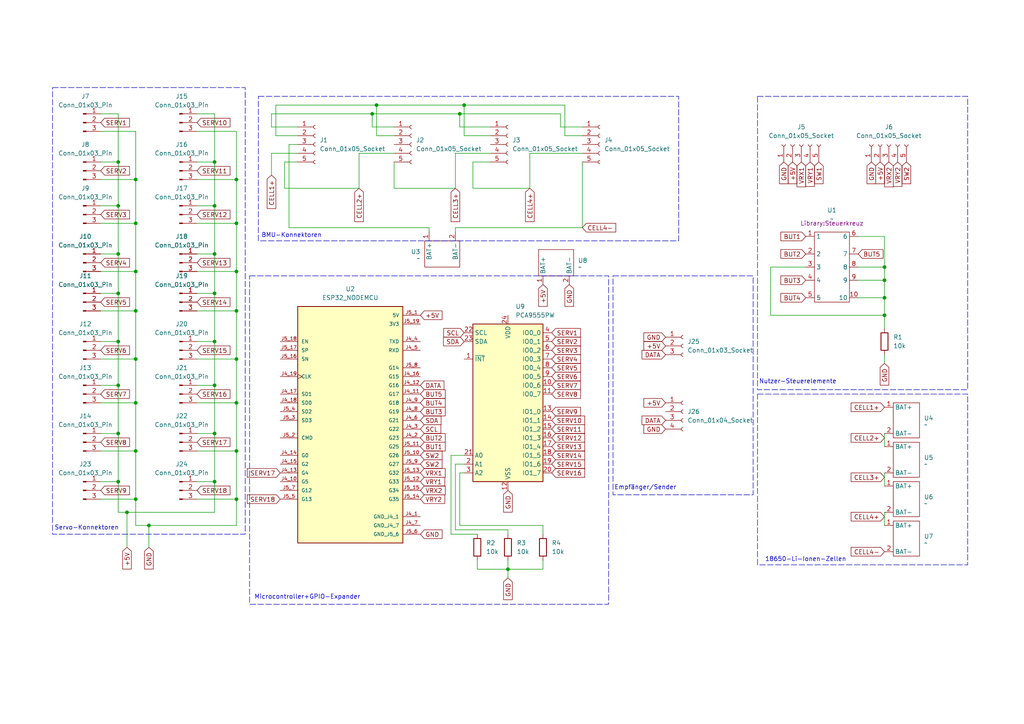
<source format=kicad_sch>
(kicad_sch (version 20231120) (generator "eeschema") (generator_version "8.0")
  (paper "A4")
  (lib_symbols
    (symbol "Batteriestecker:Batteriestecker"
      (property "Reference" "U" (at 0 0 0))
      (symbol "Batteriestecker_0_1"
        (rectangle (start -2.54 5.08) (end 5.08 -5.08))
      )
      (symbol "Batteriestecker_1_1"
        (pin input line (at -5.08 3.81 0) (length 2.54) (name "BAT+") (number "1"))
        (pin input line (at -5.08 -3.81 0) (length 2.54) (name "BAT-") (number "2"))
      )
    )
    (symbol "Connector:Conn_01x03_Pin" (pin_names (offset 1.016) hide)
      (property "Reference" "J" (at 0 5.08 0))
      (property "Value" "Conn_01x03_Pin" (at 0 -5.08 0))
      (symbol "Conn_01x03_Pin_1_1"
        (polyline (pts (xy 1.27 -2.54) (xy 0.8636 -2.54)) (stroke (width 0.1524)))
        (polyline (pts (xy 1.27 0) (xy 0.8636 0)) (stroke (width 0.1524)))
        (polyline (pts (xy 1.27 2.54) (xy 0.8636 2.54)) (stroke (width 0.1524)))
        (rectangle (start 0.8636 -2.413) (end 0 -2.667) (stroke (width 0.1524)) (fill (type outline)))
        (rectangle (start 0.8636 0.127) (end 0 -0.127) (stroke (width 0.1524)) (fill (type outline)))
        (rectangle (start 0.8636 2.667) (end 0 2.413) (stroke (width 0.1524)) (fill (type outline)))
        (pin passive line (at 5.08 2.54 180) (length 3.81) (name "Pin_1") (number "1"))
        (pin passive line (at 5.08 0 180) (length 3.81) (name "Pin_2") (number "2"))
        (pin passive line (at 5.08 -2.54 180) (length 3.81) (name "Pin_3") (number "3"))
      )
    )
    (symbol "Connector:Conn_01x03_Socket" (pin_names (offset 1.016) hide)
      (property "Reference" "J" (at 0 5.08 0))
      (property "Value" "Conn_01x03_Socket" (at 0 -5.08 0))
      (symbol "Conn_01x03_Socket_1_1"
        (arc (start 0 -2.032) (mid -0.5058 -2.54) (end 0 -3.048) (stroke (width 0.1524)))
        (polyline (pts (xy -1.27 -2.54) (xy -0.508 -2.54)) (stroke (width 0.1524)))
        (polyline (pts (xy -1.27 0) (xy -0.508 0)) (stroke (width 0.1524)))
        (polyline (pts (xy -1.27 2.54) (xy -0.508 2.54)) (stroke (width 0.1524)))
        (arc (start 0 0.508) (mid -0.5058 0) (end 0 -0.508) (stroke (width 0.1524)))
        (arc (start 0 3.048) (mid -0.5058 2.54) (end 0 2.032) (stroke (width 0.1524)))
        (pin passive line (at -5.08 2.54 0) (length 3.81) (name "Pin_1") (number "1"))
        (pin passive line (at -5.08 0 0) (length 3.81) (name "Pin_2") (number "2"))
        (pin passive line (at -5.08 -2.54 0) (length 3.81) (name "Pin_3") (number "3"))
      )
    )
    (symbol "Connector:Conn_01x04_Socket" (pin_names (offset 1.016) hide)
      (property "Reference" "J" (at 0 5.08 0))
      (property "Value" "Conn_01x04_Socket" (at 0 -7.62 0))
      (symbol "Conn_01x04_Socket_1_1"
        (arc (start 0 -4.572) (mid -0.5058 -5.08) (end 0 -5.588) (stroke (width 0.1524)))
        (arc (start 0 -2.032) (mid -0.5058 -2.54) (end 0 -3.048) (stroke (width 0.1524)))
        (polyline (pts (xy -1.27 -5.08) (xy -0.508 -5.08)) (stroke (width 0.1524)))
        (polyline (pts (xy -1.27 -2.54) (xy -0.508 -2.54)) (stroke (width 0.1524)))
        (polyline (pts (xy -1.27 0) (xy -0.508 0)) (stroke (width 0.1524)))
        (polyline (pts (xy -1.27 2.54) (xy -0.508 2.54)) (stroke (width 0.1524)))
        (arc (start 0 0.508) (mid -0.5058 0) (end 0 -0.508) (stroke (width 0.1524)))
        (arc (start 0 3.048) (mid -0.5058 2.54) (end 0 2.032) (stroke (width 0.1524)))
        (pin passive line (at -5.08 2.54 0) (length 3.81) (name "Pin_1") (number "1"))
        (pin passive line (at -5.08 0 0) (length 3.81) (name "Pin_2") (number "2"))
        (pin passive line (at -5.08 -2.54 0) (length 3.81) (name "Pin_3") (number "3"))
        (pin passive line (at -5.08 -5.08 0) (length 3.81) (name "Pin_4") (number "4"))
      )
    )
    (symbol "Connector:Conn_01x05_Socket" (pin_names (offset 1.016) hide)
      (property "Reference" "J" (at 0 7.62 0))
      (property "Value" "Conn_01x05_Socket" (at 0 -7.62 0))
      (symbol "Conn_01x05_Socket_1_1"
        (arc (start 0 -4.572) (mid -0.5058 -5.08) (end 0 -5.588) (stroke (width 0.1524)))
        (arc (start 0 -2.032) (mid -0.5058 -2.54) (end 0 -3.048) (stroke (width 0.1524)))
        (polyline (pts (xy -1.27 -5.08) (xy -0.508 -5.08)) (stroke (width 0.1524)))
        (polyline (pts (xy -1.27 -2.54) (xy -0.508 -2.54)) (stroke (width 0.1524)))
        (polyline (pts (xy -1.27 0) (xy -0.508 0)) (stroke (width 0.1524)))
        (polyline (pts (xy -1.27 2.54) (xy -0.508 2.54)) (stroke (width 0.1524)))
        (polyline (pts (xy -1.27 5.08) (xy -0.508 5.08)) (stroke (width 0.1524)))
        (arc (start 0 0.508) (mid -0.5058 0) (end 0 -0.508) (stroke (width 0.1524)))
        (arc (start 0 3.048) (mid -0.5058 2.54) (end 0 2.032) (stroke (width 0.1524)))
        (arc (start 0 5.588) (mid -0.5058 5.08) (end 0 4.572) (stroke (width 0.1524)))
        (pin passive line (at -5.08 5.08 0) (length 3.81) (name "Pin_1") (number "1"))
        (pin passive line (at -5.08 2.54 0) (length 3.81) (name "Pin_2") (number "2"))
        (pin passive line (at -5.08 0 0) (length 3.81) (name "Pin_3") (number "3"))
        (pin passive line (at -5.08 -2.54 0) (length 3.81) (name "Pin_4") (number "4"))
        (pin passive line (at -5.08 -5.08 0) (length 3.81) (name "Pin_5") (number "5"))
      )
    )
    (symbol "Device:R" (pin_numbers hide) (pin_names (offset 0))
      (property "Reference" "R" (at 2.032 0 90))
      (property "Value" "R" (at 0 0 90))
      (symbol "R_0_1"
        (rectangle (start -1.016 -2.54) (end 1.016 2.54) (stroke (width 0.254)))
      )
      (symbol "R_1_1"
        (pin passive line (at 0 3.81 270) (length 1.27) (name "~") (number "1"))
        (pin passive line (at 0 -3.81 90) (length 1.27) (name "~") (number "2"))
      )
    )
    (symbol "ESP32_NODEMCU:ESP32_NODEMCU" (pin_names (offset 1.016))
      (property "Reference" "U" (at -15.24 36.322 0))
      (property "Value" "ESP32_NODEMCU" (at -15.24 -35.56 0))
      (symbol "ESP32_NODEMCU_0_0"
        (rectangle (start -15.24 -33.02) (end 15.24 35.56) (stroke (width 0.254)) (fill (type background)))
        (pin power_in line (at 20.32 -25.4 180) (length 5.08) (name "GND_J4_1") (number "J4_1"))
        (pin bidirectional line (at -20.32 -15.24 0) (length 5.08) (name "G5") (number "J4_10"))
        (pin bidirectional line (at 20.32 10.16 180) (length 5.08) (name "G17") (number "J4_11"))
        (pin bidirectional line (at 20.32 12.7 180) (length 5.08) (name "G16") (number "J4_12"))
        (pin bidirectional line (at -20.32 -12.7 0) (length 5.08) (name "G4") (number "J4_13"))
        (pin bidirectional line (at -20.32 -7.62 0) (length 5.08) (name "G0") (number "J4_14"))
        (pin bidirectional line (at -20.32 -10.16 0) (length 5.08) (name "G2") (number "J4_15"))
        (pin bidirectional line (at 20.32 15.24 180) (length 5.08) (name "G15") (number "J4_16"))
        (pin bidirectional line (at -20.32 10.16 0) (length 5.08) (name "SD1") (number "J4_17"))
        (pin bidirectional line (at -20.32 7.62 0) (length 5.08) (name "SD0") (number "J4_18"))
        (pin input clock (at -20.32 15.24 0) (length 5.08) (name "CLK") (number "J4_19"))
        (pin bidirectional line (at 20.32 -2.54 180) (length 5.08) (name "G23") (number "J4_2"))
        (pin bidirectional line (at 20.32 0 180) (length 5.08) (name "G22") (number "J4_3"))
        (pin output line (at 20.32 25.4 180) (length 5.08) (name "TXD") (number "J4_4"))
        (pin input line (at 20.32 22.86 180) (length 5.08) (name "RXD") (number "J4_5"))
        (pin bidirectional line (at 20.32 2.54 180) (length 5.08) (name "G21") (number "J4_6"))
        (pin power_in line (at 20.32 -27.94 180) (length 5.08) (name "GND_J4_7") (number "J4_7"))
        (pin bidirectional line (at 20.32 5.08 180) (length 5.08) (name "G19") (number "J4_8"))
        (pin bidirectional line (at 20.32 7.62 180) (length 5.08) (name "G18") (number "J4_9"))
        (pin power_in line (at 20.32 33.02 180) (length 5.08) (name "5V") (number "J5_1"))
        (pin bidirectional line (at 20.32 -7.62 180) (length 5.08) (name "G26") (number "J5_10"))
        (pin bidirectional line (at 20.32 -5.08 180) (length 5.08) (name "G25") (number "J5_11"))
        (pin bidirectional line (at 20.32 -15.24 180) (length 5.08) (name "G33") (number "J5_12"))
        (pin bidirectional line (at 20.32 -12.7 180) (length 5.08) (name "G32") (number "J5_13"))
        (pin bidirectional line (at 20.32 -20.32 180) (length 5.08) (name "G35") (number "J5_14"))
        (pin bidirectional line (at 20.32 -17.78 180) (length 5.08) (name "G34") (number "J5_15"))
        (pin input line (at -20.32 20.32 0) (length 5.08) (name "SN") (number "J5_16"))
        (pin input line (at -20.32 22.86 0) (length 5.08) (name "SP") (number "J5_17"))
        (pin input line (at -20.32 25.4 0) (length 5.08) (name "EN") (number "J5_18"))
        (pin power_in line (at 20.32 30.48 180) (length 5.08) (name "3V3") (number "J5_19"))
        (pin bidirectional line (at -20.32 -2.54 0) (length 5.08) (name "CMD") (number "J5_2"))
        (pin bidirectional line (at -20.32 2.54 0) (length 5.08) (name "SD3") (number "J5_3"))
        (pin bidirectional line (at -20.32 5.08 0) (length 5.08) (name "SD2") (number "J5_4"))
        (pin bidirectional line (at -20.32 -20.32 0) (length 5.08) (name "G13") (number "J5_5"))
        (pin power_in line (at 20.32 -30.48 180) (length 5.08) (name "GND_J5_6") (number "J5_6"))
        (pin bidirectional line (at -20.32 -17.78 0) (length 5.08) (name "G12") (number "J5_7"))
        (pin bidirectional line (at 20.32 17.78 180) (length 5.08) (name "G14") (number "J5_8"))
        (pin bidirectional line (at 20.32 -10.16 180) (length 5.08) (name "G27") (number "J5_9"))
      )
    )
    (symbol "Interface_Expansion:PCA9555PW"
      (property "Reference" "U" (at -8.89 24.13 0))
      (property "Value" "PCA9555PW" (at 6.35 24.13 0))
      (symbol "PCA9555PW_0_1"
        (rectangle (start -10.16 22.86) (end 10.16 -22.86) (stroke (width 0.254)) (fill (type background)))
      )
      (symbol "PCA9555PW_1_1"
        (pin open_collector line (at -12.7 12.7 0) (length 2.54) (name "~{INT}") (number "1"))
        (pin bidirectional line (at 12.7 5.08 180) (length 2.54) (name "IO0_6") (number "10"))
        (pin bidirectional line (at 12.7 2.54 180) (length 2.54) (name "IO0_7") (number "11"))
        (pin power_in line (at 0 -25.4 90) (length 2.54) (name "VSS") (number "12"))
        (pin bidirectional line (at 12.7 -2.54 180) (length 2.54) (name "IO1_0") (number "13"))
        (pin bidirectional line (at 12.7 -5.08 180) (length 2.54) (name "IO1_1") (number "14"))
        (pin bidirectional line (at 12.7 -7.62 180) (length 2.54) (name "IO1_2") (number "15"))
        (pin bidirectional line (at 12.7 -10.16 180) (length 2.54) (name "IO1_3") (number "16"))
        (pin bidirectional line (at 12.7 -12.7 180) (length 2.54) (name "IO1_4") (number "17"))
        (pin bidirectional line (at 12.7 -15.24 180) (length 2.54) (name "IO1_5") (number "18"))
        (pin bidirectional line (at 12.7 -17.78 180) (length 2.54) (name "IO1_6") (number "19"))
        (pin input line (at -12.7 -17.78 0) (length 2.54) (name "A1") (number "2"))
        (pin bidirectional line (at 12.7 -20.32 180) (length 2.54) (name "IO1_7") (number "20"))
        (pin input line (at -12.7 -15.24 0) (length 2.54) (name "A0") (number "21"))
        (pin input line (at -12.7 20.32 0) (length 2.54) (name "SCL") (number "22"))
        (pin bidirectional line (at -12.7 17.78 0) (length 2.54) (name "SDA") (number "23"))
        (pin power_in line (at 0 25.4 270) (length 2.54) (name "VDD") (number "24"))
        (pin input line (at -12.7 -20.32 0) (length 2.54) (name "A2") (number "3"))
        (pin bidirectional line (at 12.7 20.32 180) (length 2.54) (name "IO0_0") (number "4"))
        (pin bidirectional line (at 12.7 17.78 180) (length 2.54) (name "IO0_1") (number "5"))
        (pin bidirectional line (at 12.7 15.24 180) (length 2.54) (name "IO0_2") (number "6"))
        (pin bidirectional line (at 12.7 12.7 180) (length 2.54) (name "IO0_3") (number "7"))
        (pin bidirectional line (at 12.7 10.16 180) (length 2.54) (name "IO0_4") (number "8"))
        (pin bidirectional line (at 12.7 7.62 180) (length 2.54) (name "IO0_5") (number "9"))
      )
    )
    (symbol "Steuerkreuz:Steuerkreuz"
      (property "Reference" "U" (at 0 -0.254 0))
      (property "Footprint" "Library:Steuerkreuz" (at 0 12.192 0))
      (symbol "Steuerkreuz_0_1"
        (rectangle (start -5.08 10.16) (end 5.08 -10.16))
      )
      (symbol "Steuerkreuz_1_1"
        (pin unspecified line (at -7.62 8.89 0) (length 2.54) (name "1") (number "1"))
        (pin unspecified line (at 7.62 -8.89 180) (length 2.54) (name "10") (number "10"))
        (pin unspecified line (at -7.62 3.81 0) (length 2.54) (name "2") (number "2"))
        (pin unspecified line (at -7.62 0 0) (length 2.54) (name "3") (number "3"))
        (pin unspecified line (at -7.62 -3.81 0) (length 2.54) (name "4") (number "4"))
        (pin unspecified line (at -7.62 -8.89 0) (length 2.54) (name "5") (number "5"))
        (pin unspecified line (at 7.62 8.89 180) (length 2.54) (name "6") (number "6"))
        (pin unspecified line (at 7.62 3.81 180) (length 2.54) (name "7") (number "7"))
        (pin unspecified line (at 7.62 0 180) (length 2.54) (name "8") (number "8"))
        (pin unspecified line (at 7.62 -3.81 180) (length 2.54) (name "9") (number "9"))
      )
    )
  )
  (junction (at 68.58 64.77))
  (junction (at 62.23 59.69))
  (junction (at 62.23 125.73))
  (junction (at 62.23 73.66))
  (junction (at 68.58 90.17))
  (junction (at 34.29 46.99))
  (junction (at 34.29 85.09))
  (junction (at 34.29 111.76))
  (junction (at 34.29 73.66))
  (junction (at 62.23 111.76))
  (junction (at 39.37 104.14))
  (junction (at 256.54 91.44))
  (junction (at 39.37 116.84))
  (junction (at 39.37 64.77))
  (junction (at 34.29 99.06))
  (junction (at 256.54 81.28))
  (junction (at 134.62 30.48))
  (junction (at 62.23 99.06))
  (junction (at 256.54 86.36))
  (junction (at 68.58 52.07))
  (junction (at 39.37 130.81))
  (junction (at 62.23 85.09))
  (junction (at 107.95 33.02))
  (junction (at 39.37 90.17))
  (junction (at 68.58 130.81))
  (junction (at 147.32 165.1))
  (junction (at 68.58 116.84))
  (junction (at 109.22 30.48))
  (junction (at 256.54 77.47))
  (junction (at 39.37 144.78))
  (junction (at 68.58 104.14))
  (junction (at 68.58 78.74))
  (junction (at 39.37 78.74))
  (junction (at 62.23 139.7))
  (junction (at 36.83 148.59))
  (junction (at 68.58 144.78))
  (junction (at 34.29 59.69))
  (junction (at 62.23 46.99))
  (junction (at 43.18 152.4))
  (junction (at 34.29 125.73))
  (junction (at 34.29 139.7))
  (junction (at 133.35 33.02))
  (junction (at 39.37 52.07))
  (wire (pts (xy 29.21 52.07) (xy 39.37 52.07)))
  (wire (pts (xy 29.21 111.76) (xy 34.29 111.76)))
  (wire (pts (xy 62.23 46.99) (xy 62.23 59.69)))
  (wire (pts (xy 82.55 46.99) (xy 82.55 54.61)))
  (wire (pts (xy 109.22 39.37) (xy 114.3 39.37)))
  (wire (pts (xy 153.67 44.45) (xy 153.67 54.61)))
  (wire (pts (xy 34.29 73.66) (xy 34.29 85.09)))
  (wire (pts (xy 256.54 125.73) (xy 256.54 129.54)))
  (wire (pts (xy 57.15 78.74) (xy 68.58 78.74)))
  (wire (pts (xy 142.24 46.99) (xy 137.16 46.99)))
  (wire (pts (xy 142.24 36.83) (xy 133.35 36.83)))
  (wire (pts (xy 62.23 59.69) (xy 62.23 73.66)))
  (wire (pts (xy 168.91 39.37) (xy 163.83 39.37)))
  (wire (pts (xy 39.37 64.77) (xy 39.37 78.74)))
  (wire (pts (xy 134.62 137.16) (xy 133.35 137.16)))
  (wire (pts (xy 43.18 158.75) (xy 43.18 152.4)))
  (wire (pts (xy 134.62 132.08) (xy 130.81 132.08)))
  (wire (pts (xy 233.68 77.47) (xy 223.52 77.47)))
  (wire (pts (xy 130.81 154.94) (xy 138.43 154.94)))
  (wire (pts (xy 78.74 36.83) (xy 78.74 33.02)))
  (wire (pts (xy 29.21 78.74) (xy 39.37 78.74)))
  (wire (pts (xy 104.14 44.45) (xy 104.14 54.61)))
  (wire (pts (xy 256.54 91.44) (xy 256.54 95.25)))
  (wire (pts (xy 133.35 33.02) (xy 133.35 36.83)))
  (wire (pts (xy 39.37 90.17) (xy 39.37 104.14)))
  (wire (pts (xy 132.08 44.45) (xy 132.08 54.61)))
  (wire (pts (xy 68.58 130.81) (xy 68.58 144.78)))
  (wire (pts (xy 57.15 59.69) (xy 62.23 59.69)))
  (wire (pts (xy 34.29 85.09) (xy 34.29 99.06)))
  (wire (pts (xy 57.15 130.81) (xy 68.58 130.81)))
  (wire (pts (xy 256.54 68.58) (xy 256.54 77.47)))
  (wire (pts (xy 57.15 104.14) (xy 68.58 104.14)))
  (wire (pts (xy 256.54 137.16) (xy 256.54 140.97)))
  (wire (pts (xy 34.29 139.7) (xy 34.29 148.59)))
  (wire (pts (xy 133.35 152.4) (xy 157.48 152.4)))
  (wire (pts (xy 133.35 137.16) (xy 133.35 152.4)))
  (wire (pts (xy 248.92 68.58) (xy 256.54 68.58)))
  (wire (pts (xy 147.32 153.67) (xy 147.32 154.94)))
  (wire (pts (xy 34.29 59.69) (xy 34.29 73.66)))
  (wire (pts (xy 107.95 33.02) (xy 133.35 33.02)))
  (wire (pts (xy 62.23 33.02) (xy 62.23 46.99)))
  (wire (pts (xy 68.58 144.78) (xy 68.58 152.4)))
  (wire (pts (xy 256.54 81.28) (xy 256.54 86.36)))
  (wire (pts (xy 114.3 54.61) (xy 114.3 46.99)))
  (wire (pts (xy 62.23 99.06) (xy 62.23 111.76)))
  (wire (pts (xy 29.21 104.14) (xy 39.37 104.14)))
  (wire (pts (xy 62.23 125.73) (xy 62.23 139.7)))
  (wire (pts (xy 68.58 38.1) (xy 57.15 38.1)))
  (wire (pts (xy 168.91 66.04) (xy 132.08 66.04)))
  (wire (pts (xy 62.23 85.09) (xy 62.23 99.06)))
  (wire (pts (xy 147.32 162.56) (xy 147.32 165.1)))
  (wire (pts (xy 248.92 81.28) (xy 256.54 81.28)))
  (wire (pts (xy 168.91 46.99) (xy 168.91 66.04)))
  (wire (pts (xy 29.21 46.99) (xy 34.29 46.99)))
  (wire (pts (xy 34.29 111.76) (xy 34.29 125.73)))
  (wire (pts (xy 86.36 46.99) (xy 82.55 46.99)))
  (wire (pts (xy 114.3 36.83) (xy 107.95 36.83)))
  (wire (pts (xy 68.58 116.84) (xy 68.58 130.81)))
  (wire (pts (xy 256.54 86.36) (xy 256.54 91.44)))
  (wire (pts (xy 109.22 30.48) (xy 109.22 39.37)))
  (wire (pts (xy 62.23 111.76) (xy 62.23 125.73)))
  (wire (pts (xy 168.91 44.45) (xy 153.67 44.45)))
  (wire (pts (xy 34.29 46.99) (xy 34.29 59.69)))
  (wire (pts (xy 68.58 104.14) (xy 68.58 116.84)))
  (wire (pts (xy 34.29 99.06) (xy 34.29 111.76)))
  (wire (pts (xy 78.74 44.45) (xy 78.74 50.8)))
  (wire (pts (xy 57.15 90.17) (xy 68.58 90.17)))
  (wire (pts (xy 39.37 130.81) (xy 39.37 144.78)))
  (wire (pts (xy 29.21 73.66) (xy 34.29 73.66)))
  (wire (pts (xy 34.29 33.02) (xy 34.29 46.99)))
  (wire (pts (xy 248.92 77.47) (xy 256.54 77.47)))
  (wire (pts (xy 29.21 64.77) (xy 39.37 64.77)))
  (wire (pts (xy 39.37 116.84) (xy 39.37 130.81)))
  (wire (pts (xy 34.29 125.73) (xy 34.29 139.7)))
  (wire (pts (xy 256.54 77.47) (xy 256.54 81.28)))
  (wire (pts (xy 57.15 125.73) (xy 62.23 125.73)))
  (wire (pts (xy 142.24 39.37) (xy 134.62 39.37)))
  (wire (pts (xy 124.46 66.04) (xy 124.46 67.31)))
  (wire (pts (xy 39.37 152.4) (xy 43.18 152.4)))
  (wire (pts (xy 138.43 162.56) (xy 138.43 165.1)))
  (wire (pts (xy 43.18 152.4) (xy 68.58 152.4)))
  (wire (pts (xy 86.36 36.83) (xy 78.74 36.83)))
  (wire (pts (xy 132.08 134.62) (xy 132.08 153.67)))
  (wire (pts (xy 62.23 73.66) (xy 57.15 73.66)))
  (wire (pts (xy 68.58 64.77) (xy 68.58 78.74)))
  (wire (pts (xy 34.29 148.59) (xy 36.83 148.59)))
  (wire (pts (xy 147.32 165.1) (xy 147.32 167.64)))
  (wire (pts (xy 80.01 30.48) (xy 109.22 30.48)))
  (wire (pts (xy 29.21 90.17) (xy 39.37 90.17)))
  (wire (pts (xy 29.21 85.09) (xy 34.29 85.09)))
  (wire (pts (xy 36.83 158.75) (xy 36.83 148.59)))
  (wire (pts (xy 162.56 36.83) (xy 168.91 36.83)))
  (wire (pts (xy 57.15 46.99) (xy 62.23 46.99)))
  (wire (pts (xy 57.15 33.02) (xy 62.23 33.02)))
  (wire (pts (xy 114.3 44.45) (xy 104.14 44.45)))
  (wire (pts (xy 78.74 33.02) (xy 107.95 33.02)))
  (wire (pts (xy 163.83 39.37) (xy 163.83 30.48)))
  (wire (pts (xy 68.58 90.17) (xy 68.58 104.14)))
  (wire (pts (xy 36.83 148.59) (xy 62.23 148.59)))
  (wire (pts (xy 86.36 41.91) (xy 83.82 41.91)))
  (wire (pts (xy 29.21 33.02) (xy 34.29 33.02)))
  (wire (pts (xy 57.15 111.76) (xy 62.23 111.76)))
  (wire (pts (xy 132.08 66.04) (xy 132.08 67.31)))
  (wire (pts (xy 57.15 144.78) (xy 68.58 144.78)))
  (wire (pts (xy 29.21 139.7) (xy 34.29 139.7)))
  (wire (pts (xy 157.48 152.4) (xy 157.48 154.94)))
  (wire (pts (xy 29.21 116.84) (xy 39.37 116.84)))
  (wire (pts (xy 130.81 132.08) (xy 130.81 154.94)))
  (wire (pts (xy 57.15 116.84) (xy 68.58 116.84)))
  (wire (pts (xy 134.62 134.62) (xy 132.08 134.62)))
  (wire (pts (xy 82.55 54.61) (xy 104.14 54.61)))
  (wire (pts (xy 80.01 39.37) (xy 86.36 39.37)))
  (wire (pts (xy 62.23 139.7) (xy 62.23 148.59)))
  (wire (pts (xy 39.37 38.1) (xy 39.37 52.07)))
  (wire (pts (xy 137.16 54.61) (xy 153.67 54.61)))
  (wire (pts (xy 29.21 130.81) (xy 39.37 130.81)))
  (wire (pts (xy 256.54 102.87) (xy 256.54 105.41)))
  (wire (pts (xy 133.35 33.02) (xy 162.56 33.02)))
  (wire (pts (xy 134.62 30.48) (xy 109.22 30.48)))
  (wire (pts (xy 57.15 139.7) (xy 62.23 139.7)))
  (wire (pts (xy 142.24 44.45) (xy 132.08 44.45)))
  (wire (pts (xy 223.52 77.47) (xy 223.52 91.44)))
  (wire (pts (xy 39.37 78.74) (xy 39.37 90.17)))
  (wire (pts (xy 29.21 125.73) (xy 34.29 125.73)))
  (wire (pts (xy 57.15 99.06) (xy 62.23 99.06)))
  (wire (pts (xy 83.82 66.04) (xy 124.46 66.04)))
  (wire (pts (xy 86.36 44.45) (xy 78.74 44.45)))
  (wire (pts (xy 39.37 144.78) (xy 39.37 152.4)))
  (wire (pts (xy 223.52 91.44) (xy 256.54 91.44)))
  (wire (pts (xy 107.95 33.02) (xy 107.95 36.83)))
  (wire (pts (xy 248.92 86.36) (xy 256.54 86.36)))
  (wire (pts (xy 57.15 52.07) (xy 68.58 52.07)))
  (wire (pts (xy 162.56 33.02) (xy 162.56 36.83)))
  (wire (pts (xy 114.3 54.61) (xy 132.08 54.61)))
  (wire (pts (xy 39.37 52.07) (xy 39.37 64.77)))
  (wire (pts (xy 29.21 144.78) (xy 39.37 144.78)))
  (wire (pts (xy 57.15 64.77) (xy 68.58 64.77)))
  (wire (pts (xy 57.15 85.09) (xy 62.23 85.09)))
  (wire (pts (xy 29.21 59.69) (xy 34.29 59.69)))
  (wire (pts (xy 80.01 30.48) (xy 80.01 39.37)))
  (wire (pts (xy 29.21 38.1) (xy 39.37 38.1)))
  (wire (pts (xy 132.08 153.67) (xy 147.32 153.67)))
  (wire (pts (xy 83.82 41.91) (xy 83.82 66.04)))
  (wire (pts (xy 62.23 85.09) (xy 62.23 73.66)))
  (wire (pts (xy 163.83 30.48) (xy 134.62 30.48)))
  (wire (pts (xy 134.62 30.48) (xy 134.62 39.37)))
  (wire (pts (xy 68.58 52.07) (xy 68.58 64.77)))
  (wire (pts (xy 138.43 165.1) (xy 147.32 165.1)))
  (wire (pts (xy 256.54 148.59) (xy 256.54 152.4)))
  (wire (pts (xy 157.48 165.1) (xy 147.32 165.1)))
  (wire (pts (xy 29.21 99.06) (xy 34.29 99.06)))
  (wire (pts (xy 68.58 38.1) (xy 68.58 52.07)))
  (wire (pts (xy 137.16 46.99) (xy 137.16 54.61)))
  (wire (pts (xy 39.37 104.14) (xy 39.37 116.84)))
  (wire (pts (xy 68.58 78.74) (xy 68.58 90.17)))
  (wire (pts (xy 157.48 162.56) (xy 157.48 165.1)))
  (rectangle (start 72.39 80.01) (end 176.53 175.26) (stroke (width 0) (type dash)))
  (rectangle (start 219.71 27.94) (end 280.67 113.03) (stroke (width 0) (type dash)))
  (rectangle (start 15.24 25.4) (end 71.12 154.94) (stroke (width 0) (type dash)))
  (rectangle (start 219.71 114.3) (end 280.67 163.83) (stroke (width 0) (type dash)))
  (rectangle (start 177.8 80.01) (end 218.44 143.51) (stroke (width 0) (type dash)))
  (rectangle (start 74.93 27.94) (end 196.85 69.85) (stroke (width 0) (type dash)))
  (text "Nutzer-Steuerelemente" (at 231.394 110.744 0) (effects (font (size 1.27 1.27))))
  (text "Microcontroller+GPIO-Expander" (at 89.154 173.228 0) (effects (font (size 1.27 1.27))))
  (text "Empfänger/Sender" (at 187.198 141.478 0) (effects (font (size 1.27 1.27))))
  (text "Servo-Konnektoren\n" (at 25.146 153.162 0) (effects (font (size 1.27 1.27))))
  (text "BMU-Konnektoren" (at 84.582 68.326 0) (effects (font (size 1.27 1.27))))
  (text "18650-Li-Ionen-Zellen\n" (at 233.68 162.306 0) (effects (font (size 1.27 1.27))))
  (global_label "SERV1" (shape input) (at 160.02 96.52 0) (property "Intersheetrefs" "${INTERSHEET_REFS}" (effects (hide yes))))
  (global_label "SERV10" (shape input) (at 160.02 121.92 0) (property "Intersheetrefs" "${INTERSHEET_REFS}" (effects (hide yes))))
  (global_label "CELL3+" (shape input) (at 256.54 138.43 180) (property "Intersheetrefs" "${INTERSHEET_REFS}" (effects (hide yes))))
  (global_label "SERV13" (shape input) (at 160.02 129.54 0) (property "Intersheetrefs" "${INTERSHEET_REFS}" (effects (hide yes))))
  (global_label "SCL" (shape input) (at 134.62 96.52 180) (property "Intersheetrefs" "${INTERSHEET_REFS}" (effects (hide yes))))
  (global_label "SERV14" (shape input) (at 57.15 87.63 0) (property "Intersheetrefs" "${INTERSHEET_REFS}" (effects (hide yes))))
  (global_label "SERV16" (shape input) (at 160.02 137.16 0) (property "Intersheetrefs" "${INTERSHEET_REFS}" (effects (hide yes))))
  (global_label "SERV1" (shape input) (at 29.21 35.56 0) (property "Intersheetrefs" "${INTERSHEET_REFS}" (effects (hide yes))))
  (global_label "CELL3+" (shape input) (at 132.08 54.61 270) (property "Intersheetrefs" "${INTERSHEET_REFS}" (effects (hide yes))))
  (global_label "SERV13" (shape input) (at 57.15 76.2 0) (property "Intersheetrefs" "${INTERSHEET_REFS}" (effects (hide yes))))
  (global_label "SW2" (shape input) (at 262.89 46.99 270) (property "Intersheetrefs" "${INTERSHEET_REFS}" (effects (hide yes))))
  (global_label "VRX2" (shape input) (at 257.81 46.99 270) (property "Intersheetrefs" "${INTERSHEET_REFS}" (effects (hide yes))))
  (global_label "GND" (shape input) (at 121.92 154.94 0) (property "Intersheetrefs" "${INTERSHEET_REFS}" (effects (hide yes))))
  (global_label "GND" (shape input) (at 256.54 105.41 270) (property "Intersheetrefs" "${INTERSHEET_REFS}" (effects (hide yes))))
  (global_label "BUT1" (shape input) (at 121.92 129.54 0) (property "Intersheetrefs" "${INTERSHEET_REFS}" (effects (hide yes))))
  (global_label "+5V" (shape input) (at 193.04 100.33 180) (property "Intersheetrefs" "${INTERSHEET_REFS}" (effects (hide yes))))
  (global_label "VRY1" (shape input) (at 234.95 46.99 270) (property "Intersheetrefs" "${INTERSHEET_REFS}" (effects (hide yes))))
  (global_label "BUT2" (shape input) (at 121.92 127 0) (property "Intersheetrefs" "${INTERSHEET_REFS}" (effects (hide yes))))
  (global_label "SERV2" (shape input) (at 29.21 49.53 0) (property "Intersheetrefs" "${INTERSHEET_REFS}" (effects (hide yes))))
  (global_label "SERV16" (shape input) (at 57.15 114.3 0) (property "Intersheetrefs" "${INTERSHEET_REFS}" (effects (hide yes))))
  (global_label "GND" (shape input) (at 252.73 46.99 270) (property "Intersheetrefs" "${INTERSHEET_REFS}" (effects (hide yes))))
  (global_label "SERV8" (shape input) (at 29.21 128.27 0) (property "Intersheetrefs" "${INTERSHEET_REFS}" (effects (hide yes))))
  (global_label "SERV4" (shape input) (at 29.21 76.2 0) (property "Intersheetrefs" "${INTERSHEET_REFS}" (effects (hide yes))))
  (global_label "+5V" (shape input) (at 193.04 116.84 180) (property "Intersheetrefs" "${INTERSHEET_REFS}" (effects (hide yes))))
  (global_label "SERV12" (shape input) (at 160.02 127 0) (property "Intersheetrefs" "${INTERSHEET_REFS}" (effects (hide yes))))
  (global_label "SERV2" (shape input) (at 160.02 99.06 0) (property "Intersheetrefs" "${INTERSHEET_REFS}" (effects (hide yes))))
  (global_label "DATA" (shape input) (at 193.04 102.87 180) (property "Intersheetrefs" "${INTERSHEET_REFS}" (effects (hide yes))))
  (global_label "SERV18" (shape input) (at 81.28 144.78 180) (property "Intersheetrefs" "${INTERSHEET_REFS}" (effects (hide yes))))
  (global_label "SDA" (shape input) (at 121.92 121.92 0) (property "Intersheetrefs" "${INTERSHEET_REFS}" (effects (hide yes))))
  (global_label "DATA" (shape input) (at 121.92 111.76 0) (property "Intersheetrefs" "${INTERSHEET_REFS}" (effects (hide yes))))
  (global_label "BUT3" (shape input) (at 121.92 119.38 0) (property "Intersheetrefs" "${INTERSHEET_REFS}" (effects (hide yes))))
  (global_label "SERV11" (shape input) (at 57.15 49.53 0) (property "Intersheetrefs" "${INTERSHEET_REFS}" (effects (hide yes))))
  (global_label "SERV3" (shape input) (at 29.21 62.23 0) (property "Intersheetrefs" "${INTERSHEET_REFS}" (effects (hide yes))))
  (global_label "+5V" (shape input) (at 157.48 82.55 270) (property "Intersheetrefs" "${INTERSHEET_REFS}" (effects (hide yes))))
  (global_label "SERV17" (shape input) (at 57.15 128.27 0) (property "Intersheetrefs" "${INTERSHEET_REFS}" (effects (hide yes))))
  (global_label "BUT4" (shape input) (at 121.92 116.84 0) (property "Intersheetrefs" "${INTERSHEET_REFS}" (effects (hide yes))))
  (global_label "CELL4+" (shape input) (at 153.67 54.61 270) (property "Intersheetrefs" "${INTERSHEET_REFS}" (effects (hide yes))))
  (global_label "SERV5" (shape input) (at 29.21 87.63 0) (property "Intersheetrefs" "${INTERSHEET_REFS}" (effects (hide yes))))
  (global_label "SERV10" (shape input) (at 57.15 35.56 0) (property "Intersheetrefs" "${INTERSHEET_REFS}" (effects (hide yes))))
  (global_label "VRY2" (shape input) (at 121.92 144.78 0) (property "Intersheetrefs" "${INTERSHEET_REFS}" (effects (hide yes))))
  (global_label "SERV8" (shape input) (at 160.02 114.3 0) (property "Intersheetrefs" "${INTERSHEET_REFS}" (effects (hide yes))))
  (global_label "DATA" (shape input) (at 193.04 121.92 180) (property "Intersheetrefs" "${INTERSHEET_REFS}" (effects (hide yes))))
  (global_label "SERV11" (shape input) (at 160.02 124.46 0) (property "Intersheetrefs" "${INTERSHEET_REFS}" (effects (hide yes))))
  (global_label "CELL1+" (shape input) (at 78.74 50.8 270) (property "Intersheetrefs" "${INTERSHEET_REFS}" (effects (hide yes))))
  (global_label "SERV9" (shape input) (at 29.21 142.24 0) (property "Intersheetrefs" "${INTERSHEET_REFS}" (effects (hide yes))))
  (global_label "CELL2+" (shape input) (at 104.14 54.61 270) (property "Intersheetrefs" "${INTERSHEET_REFS}" (effects (hide yes))))
  (global_label "SERV6" (shape input) (at 160.02 109.22 0) (property "Intersheetrefs" "${INTERSHEET_REFS}" (effects (hide yes))))
  (global_label "CELL4-" (shape input) (at 168.91 66.04 0) (property "Intersheetrefs" "${INTERSHEET_REFS}" (effects (hide yes))))
  (global_label "SERV14" (shape input) (at 160.02 132.08 0) (property "Intersheetrefs" "${INTERSHEET_REFS}" (effects (hide yes))))
  (global_label "GND" (shape input) (at 227.33 46.99 270) (property "Intersheetrefs" "${INTERSHEET_REFS}" (effects (hide yes))))
  (global_label "VRX2" (shape input) (at 121.92 142.24 0) (property "Intersheetrefs" "${INTERSHEET_REFS}" (effects (hide yes))))
  (global_label "SERV15" (shape input) (at 57.15 101.6 0) (property "Intersheetrefs" "${INTERSHEET_REFS}" (effects (hide yes))))
  (global_label "SERV6" (shape input) (at 29.21 101.6 0) (property "Intersheetrefs" "${INTERSHEET_REFS}" (effects (hide yes))))
  (global_label "GND" (shape input) (at 165.1 82.55 270) (property "Intersheetrefs" "${INTERSHEET_REFS}" (effects (hide yes))))
  (global_label "SERV7" (shape input) (at 29.21 114.3 0) (property "Intersheetrefs" "${INTERSHEET_REFS}" (effects (hide yes))))
  (global_label "+5V" (shape input) (at 121.92 91.44 0) (property "Intersheetrefs" "${INTERSHEET_REFS}" (effects (hide yes))))
  (global_label "SERV9" (shape input) (at 160.02 119.38 0) (property "Intersheetrefs" "${INTERSHEET_REFS}" (effects (hide yes))))
  (global_label "VRY1" (shape input) (at 121.92 139.7 0) (property "Intersheetrefs" "${INTERSHEET_REFS}" (effects (hide yes))))
  (global_label "VRX1" (shape input) (at 232.41 46.99 270) (property "Intersheetrefs" "${INTERSHEET_REFS}" (effects (hide yes))))
  (global_label "BUT3" (shape input) (at 233.68 81.28 180) (property "Intersheetrefs" "${INTERSHEET_REFS}" (effects (hide yes))))
  (global_label "SERV18" (shape input) (at 57.15 142.24 0) (property "Intersheetrefs" "${INTERSHEET_REFS}" (effects (hide yes))))
  (global_label "SCL" (shape input) (at 121.92 124.46 0) (property "Intersheetrefs" "${INTERSHEET_REFS}" (effects (hide yes))))
  (global_label "SERV15" (shape input) (at 160.02 134.62 0) (property "Intersheetrefs" "${INTERSHEET_REFS}" (effects (hide yes))))
  (global_label "GND" (shape input) (at 193.04 124.46 180) (property "Intersheetrefs" "${INTERSHEET_REFS}" (effects (hide yes))))
  (global_label "SERV7" (shape input) (at 160.02 111.76 0) (property "Intersheetrefs" "${INTERSHEET_REFS}" (effects (hide yes))))
  (global_label "SERV17" (shape input) (at 81.28 137.16 180) (property "Intersheetrefs" "${INTERSHEET_REFS}" (effects (hide yes))))
  (global_label "CELL4-" (shape input) (at 256.54 160.02 180) (property "Intersheetrefs" "${INTERSHEET_REFS}" (effects (hide yes))))
  (global_label "VRX1" (shape input) (at 121.92 137.16 0) (property "Intersheetrefs" "${INTERSHEET_REFS}" (effects (hide yes))))
  (global_label "SERV4" (shape input) (at 160.02 104.14 0) (property "Intersheetrefs" "${INTERSHEET_REFS}" (effects (hide yes))))
  (global_label "+5V" (shape input) (at 229.87 46.99 270) (property "Intersheetrefs" "${INTERSHEET_REFS}" (effects (hide yes))))
  (global_label "GND" (shape input) (at 43.18 158.75 270) (property "Intersheetrefs" "${INTERSHEET_REFS}" (effects (hide yes))))
  (global_label "VRY2" (shape input) (at 260.35 46.99 270) (property "Intersheetrefs" "${INTERSHEET_REFS}" (effects (hide yes))))
  (global_label "BUT5" (shape input) (at 121.92 114.3 0) (property "Intersheetrefs" "${INTERSHEET_REFS}" (effects (hide yes))))
  (global_label "SERV3" (shape input) (at 160.02 101.6 0) (property "Intersheetrefs" "${INTERSHEET_REFS}" (effects (hide yes))))
  (global_label "BUT2" (shape input) (at 233.68 73.66 180) (property "Intersheetrefs" "${INTERSHEET_REFS}" (effects (hide yes))))
  (global_label "SW2" (shape input) (at 121.92 134.62 0) (property "Intersheetrefs" "${INTERSHEET_REFS}" (effects (hide yes))))
  (global_label "SDA" (shape input) (at 134.62 99.06 180) (property "Intersheetrefs" "${INTERSHEET_REFS}" (effects (hide yes))))
  (global_label "CELL1+" (shape input) (at 256.54 118.11 180) (property "Intersheetrefs" "${INTERSHEET_REFS}" (effects (hide yes))))
  (global_label "GND" (shape input) (at 193.04 97.79 180) (property "Intersheetrefs" "${INTERSHEET_REFS}" (effects (hide yes))))
  (global_label "SW2" (shape input) (at 121.92 132.08 0) (property "Intersheetrefs" "${INTERSHEET_REFS}" (effects (hide yes))))
  (global_label "SERV5" (shape input) (at 160.02 106.68 0) (property "Intersheetrefs" "${INTERSHEET_REFS}" (effects (hide yes))))
  (global_label "BUT4" (shape input) (at 233.68 86.36 180) (property "Intersheetrefs" "${INTERSHEET_REFS}" (effects (hide yes))))
  (global_label "SERV12" (shape input) (at 57.15 62.23 0) (property "Intersheetrefs" "${INTERSHEET_REFS}" (effects (hide yes))))
  (global_label "BUT5" (shape input) (at 248.92 73.66 0) (property "Intersheetrefs" "${INTERSHEET_REFS}" (effects (hide yes))))
  (global_label "GND" (shape input) (at 147.32 167.64 270) (property "Intersheetrefs" "${INTERSHEET_REFS}" (effects (hide yes))))
  (global_label "GND" (shape input) (at 147.32 142.24 270) (property "Intersheetrefs" "${INTERSHEET_REFS}" (effects (hide yes))))
  (global_label "+5V" (shape input) (at 36.83 158.75 270) (property "Intersheetrefs" "${INTERSHEET_REFS}" (effects (hide yes))))
  (global_label "CELL2+" (shape input) (at 256.54 127 180) (property "Intersheetrefs" "${INTERSHEET_REFS}" (effects (hide yes))))
  (global_label "BUT1" (shape input) (at 233.68 68.58 180) (property "Intersheetrefs" "${INTERSHEET_REFS}" (effects (hide yes))))
  (global_label "CELL4+" (shape input) (at 256.54 149.86 180) (property "Intersheetrefs" "${INTERSHEET_REFS}" (effects (hide yes))))
  (global_label "SW1" (shape input) (at 237.49 46.99 270) (property "Intersheetrefs" "${INTERSHEET_REFS}" (effects (hide yes))))
  (global_label "+5V" (shape input) (at 255.27 46.99 270) (property "Intersheetrefs" "${INTERSHEET_REFS}" (effects (hide yes))))
  (symbol (lib_id "Connector:Conn_01x03_Pin") (at 24.13 35.56 0) (unit 1)
    (property "Reference" "J7" (at 24.765 27.94 0))
    (property "Value" "Conn_01x03_Pin" (at 24.765 30.48 0))
    (property "Footprint" "Connector_PinHeader_2.54mm:PinHeader_1x03_P2.54mm_Vertical" (effects (hide yes)))
    (property "Description" "Generic connector, single row, 01x03, script generated" (effects (hide yes)))
  )
  (symbol (lib_id "Connector:Conn_01x03_Pin") (at 24.13 128.27 0) (unit 1)
    (property "Reference" "J14" (at 24.765 120.65 0))
    (property "Value" "Conn_01x03_Pin" (at 24.765 123.19 0))
    (property "Footprint" "Connector_PinHeader_2.54mm:PinHeader_1x03_P2.54mm_Vertical" (effects (hide yes)))
    (property "Description" "Generic connector, single row, 01x03, script generated" (effects (hide yes)))
  )
  (symbol (lib_id "Batteriestecker:Batteriestecker") (at 261.62 144.78 0) (unit 1)
    (property "Reference" "U6" (at 267.97 144.1449 0) (effects (justify left)))
    (property "Value" "~" (at 267.97 146.05 0) (effects (justify left)))
    (property "Footprint" "Batteriestecker:Batteriestecker" (effects (hide yes)))
  )
  (symbol (lib_id "Connector:Conn_01x03_Pin") (at 24.13 62.23 0) (unit 1)
    (property "Reference" "J9" (at 24.765 54.61 0))
    (property "Value" "Conn_01x03_Pin" (at 24.765 57.15 0))
    (property "Footprint" "Connector_PinHeader_2.54mm:PinHeader_1x03_P2.54mm_Vertical" (effects (hide yes)))
    (property "Description" "Generic connector, single row, 01x03, script generated" (effects (hide yes)))
  )
  (symbol (lib_id "Batteriestecker:Batteriestecker") (at 161.29 77.47 90) (unit 1)
    (property "Reference" "U8" (at 167.64 75.5649 90) (effects (justify right)))
    (property "Value" "~" (at 167.64 77.47 90) (effects (justify right)))
    (property "Footprint" "Batteriestecker:Batteriestecker" (effects (hide yes)))
  )
  (symbol (lib_id "Device:R") (at 157.48 158.75 0) (unit 1)
    (property "Reference" "R4" (at 160.02 157.4799 0) (effects (justify left)))
    (property "Value" "10k" (at 160.02 160.0199 0) (effects (justify left)))
    (property "Footprint" "Resistor_SMD:R_1206_3216Metric" (effects (hide yes)))
    (property "Description" "Resistor" (effects (hide yes)))
  )
  (symbol (lib_id "Connector:Conn_01x03_Pin") (at 52.07 49.53 0) (unit 1)
    (property "Reference" "J16" (at 52.705 41.91 0))
    (property "Value" "Conn_01x03_Pin" (at 52.705 44.45 0))
    (property "Footprint" "Connector_PinHeader_2.54mm:PinHeader_1x03_P2.54mm_Vertical" (effects (hide yes)))
    (property "Description" "Generic connector, single row, 01x03, script generated" (effects (hide yes)))
  )
  (symbol (lib_id "Connector:Conn_01x05_Socket") (at 147.32 41.91 0) (unit 1)
    (property "Reference" "J3" (at 148.59 40.6399 0) (effects (justify left)))
    (property "Value" "Conn_01x05_Socket" (at 148.59 43.1799 0) (effects (justify left)))
    (property "Footprint" "Connector_PinSocket_2.54mm:PinSocket_1x05_P2.54mm_Horizontal" (effects (hide yes)))
    (property "Description" "Generic connector, single row, 01x05, script generated" (effects (hide yes)))
  )
  (symbol (lib_id "Connector:Conn_01x03_Pin") (at 24.13 142.24 0) (unit 1)
    (property "Reference" "J23" (at 24.765 134.62 0))
    (property "Value" "Conn_01x03_Pin" (at 24.765 137.16 0))
    (property "Footprint" "Connector_PinHeader_2.54mm:PinHeader_1x03_P2.54mm_Vertical" (effects (hide yes)))
    (property "Description" "Generic connector, single row, 01x03, script generated" (effects (hide yes)))
  )
  (symbol (lib_id "Connector:Conn_01x03_Pin") (at 52.07 101.6 0) (unit 1)
    (property "Reference" "J20" (at 52.705 93.98 0))
    (property "Value" "Conn_01x03_Pin" (at 52.705 96.52 0))
    (property "Footprint" "Connector_PinHeader_2.54mm:PinHeader_1x03_P2.54mm_Vertical" (effects (hide yes)))
    (property "Description" "Generic connector, single row, 01x03, script generated" (effects (hide yes)))
  )
  (symbol (lib_id "Connector:Conn_01x05_Socket") (at 232.41 41.91 90) (unit 1)
    (property "Reference" "J5" (at 232.41 36.83 90))
    (property "Value" "Conn_01x05_Socket" (at 232.41 39.37 90))
    (property "Footprint" "Connector_PinSocket_2.54mm:PinSocket_1x05_P2.54mm_Horizontal" (effects (hide yes)))
    (property "Description" "Generic connector, single row, 01x05, script generated" (effects (hide yes)))
  )
  (symbol (lib_id "Connector:Conn_01x04_Socket") (at 198.12 119.38 0) (unit 1)
    (property "Reference" "J26" (at 199.39 119.3799 0) (effects (justify left)))
    (property "Value" "Conn_01x04_Socket" (at 199.39 121.9199 0) (effects (justify left)))
    (property "Footprint" "Connector_PinSocket_2.54mm:PinSocket_1x04_P2.54mm_Horizontal" (effects (hide yes)))
    (property "Description" "Generic connector, single row, 01x04, script generated" (effects (hide yes)))
  )
  (symbol (lib_id "Connector:Conn_01x03_Pin") (at 52.07 142.24 0) (unit 1)
    (property "Reference" "J24" (at 52.705 134.62 0))
    (property "Value" "Conn_01x03_Pin" (at 52.705 137.16 0))
    (property "Footprint" "Connector_PinHeader_2.54mm:PinHeader_1x03_P2.54mm_Vertical" (effects (hide yes)))
    (property "Description" "Generic connector, single row, 01x03, script generated" (effects (hide yes)))
  )
  (symbol (lib_id "Connector:Conn_01x03_Pin") (at 52.07 76.2 0) (unit 1)
    (property "Reference" "J18" (at 52.705 68.58 0))
    (property "Value" "Conn_01x03_Pin" (at 52.705 71.12 0))
    (property "Footprint" "Connector_PinHeader_2.54mm:PinHeader_1x03_P2.54mm_Vertical" (effects (hide yes)))
    (property "Description" "Generic connector, single row, 01x03, script generated" (effects (hide yes)))
  )
  (symbol (lib_id "Connector:Conn_01x05_Socket") (at 91.44 41.91 0) (unit 1)
    (property "Reference" "J1" (at 92.71 40.6399 0) (effects (justify left)))
    (property "Value" "Conn_01x05_Socket" (at 92.71 43.1799 0) (effects (justify left)))
    (property "Footprint" "Connector_PinSocket_2.54mm:PinSocket_1x05_P2.54mm_Horizontal" (effects (hide yes)))
    (property "Description" "Generic connector, single row, 01x05, script generated" (effects (hide yes)))
  )
  (symbol (lib_id "Connector:Conn_01x03_Pin") (at 52.07 35.56 0) (unit 1)
    (property "Reference" "J15" (at 52.705 27.94 0))
    (property "Value" "Conn_01x03_Pin" (at 52.705 30.48 0))
    (property "Footprint" "Connector_PinHeader_2.54mm:PinHeader_1x03_P2.54mm_Vertical" (effects (hide yes)))
    (property "Description" "Generic connector, single row, 01x03, script generated" (effects (hide yes)))
  )
  (symbol (lib_id "Connector:Conn_01x03_Pin") (at 24.13 49.53 0) (unit 1)
    (property "Reference" "J8" (at 24.765 41.91 0))
    (property "Value" "Conn_01x03_Pin" (at 24.765 44.45 0))
    (property "Footprint" "Connector_PinHeader_2.54mm:PinHeader_1x03_P2.54mm_Vertical" (effects (hide yes)))
    (property "Description" "Generic connector, single row, 01x03, script generated" (effects (hide yes)))
  )
  (symbol (lib_id "Device:R") (at 256.54 99.06 0) (unit 1)
    (property "Reference" "R1" (at 259.08 97.7899 0) (effects (justify left)))
    (property "Value" "10k" (at 259.08 100.3299 0) (effects (justify left)))
    (property "Footprint" "Resistor_SMD:R_1206_3216Metric" (effects (hide yes)))
    (property "Description" "Resistor" (effects (hide yes)))
  )
  (symbol (lib_id "Interface_Expansion:PCA9555PW") (at 147.32 116.84 0) (unit 1)
    (property "Reference" "U9" (at 149.5141 88.9 0) (effects (justify left)))
    (property "Value" "PCA9555PW" (at 149.5141 91.44 0) (effects (justify left)))
    (property "Footprint" "Package_SO:TSSOP-24_4.4x7.8mm_P0.65mm" (effects (hide yes)))
    (property "Datasheet" "https://www.nxp.com/docs/en/data-sheet/PCA9555.pdf" (effects (hide yes)))
    (property "Description" "IO expander 16 GPIO, I2C 400kHz, Interrupt, 2.3 - 5.5V, TSSOP-24" (effects (hide yes)))
  )
  (symbol (lib_id "Connector:Conn_01x03_Pin") (at 24.13 114.3 0) (unit 1)
    (property "Reference" "J13" (at 24.765 106.68 0))
    (property "Value" "Conn_01x03_Pin" (at 24.765 109.22 0))
    (property "Footprint" "Connector_PinHeader_2.54mm:PinHeader_1x03_P2.54mm_Vertical" (effects (hide yes)))
    (property "Description" "Generic connector, single row, 01x03, script generated" (effects (hide yes)))
  )
  (symbol (lib_id "ESP32_NODEMCU:ESP32_NODEMCU") (at 101.6 124.46 0) (unit 1)
    (property "Reference" "U2" (at 101.6 83.82 0))
    (property "Value" "ESP32_NODEMCU" (at 101.6 86.36 0))
    (property "Footprint" "ESP32_NODEMCU:MODULE_ESP32_NODEMCU" (effects (hide yes)))
    (property "MF" "AZ Delivery" (effects (hide yes)))
    (property "MAXIMUM_PACKAGE_HEIGHT" "6.6 mm" (effects (hide yes)))
    (property "Package" "Package" (effects (hide yes)))
    (property "Price" "None" (effects (hide yes)))
    (property "Check_prices" "https://www.snapeda.com/parts/ESP32%20NODEMCU/AZ-Delivery/view-part/?ref=eda" (effects (hide yes)))
    (property "STANDARD" "Manufacturer Recommendations" (effects (hide yes)))
    (property "SnapEDA_Link" "https://www.snapeda.com/parts/ESP32%20NODEMCU/AZ-Delivery/view-part/?ref=snap" (effects (hide yes)))
    (property "MP" "ESP32 NODEMCU" (effects (hide yes)))
    (property "Description_1" "\nNodeMCU is an open source loT platform. ESP32 is a series of low cost, low power\nsystem-on-chip (SoC) microcontrollers with integrated Wi-Fi & dual-mode Bluetooth.\n" (effects (hide yes)))
    (property "Availability" "Not in stock" (effects (hide yes)))
    (property "MANUFACTURER" "Espressif Systems" (effects (hide yes)))
  )
  (symbol (lib_id "Connector:Conn_01x03_Socket") (at 198.12 100.33 0) (unit 1)
    (property "Reference" "J25" (at 199.39 99.0599 0) (effects (justify left)))
    (property "Value" "Conn_01x03_Socket" (at 199.39 101.5999 0) (effects (justify left)))
    (property "Footprint" "Connector_PinSocket_2.54mm:PinSocket_1x03_P2.54mm_Horizontal" (effects (hide yes)))
    (property "Description" "Generic connector, single row, 01x03, script generated" (effects (hide yes)))
  )
  (symbol (lib_id "Device:R") (at 138.43 158.75 0) (unit 1)
    (property "Reference" "R2" (at 140.97 157.4799 0) (effects (justify left)))
    (property "Value" "10k" (at 140.97 160.0199 0) (effects (justify left)))
    (property "Footprint" "Resistor_SMD:R_1206_3216Metric" (effects (hide yes)))
    (property "Description" "Resistor" (effects (hide yes)))
  )
  (symbol (lib_id "Connector:Conn_01x05_Socket") (at 257.81 41.91 90) (unit 1)
    (property "Reference" "J6" (at 257.81 36.83 90))
    (property "Value" "Conn_01x05_Socket" (at 257.81 39.37 90))
    (property "Footprint" "Connector_PinSocket_2.54mm:PinSocket_1x05_P2.54mm_Horizontal" (effects (hide yes)))
    (property "Description" "Generic connector, single row, 01x05, script generated" (effects (hide yes)))
  )
  (symbol (lib_id "Steuerkreuz:Steuerkreuz") (at 241.3 77.47 0) (unit 1)
    (property "Reference" "U1" (at 241.3 60.96 0))
    (property "Value" "~" (at 241.3 63.5 0))
    (property "Footprint" "Library:Steuerkreuz" (at 241.3 64.77 0))
  )
  (symbol (lib_id "Connector:Conn_01x03_Pin") (at 24.13 76.2 0) (unit 1)
    (property "Reference" "J10" (at 24.765 68.58 0))
    (property "Value" "Conn_01x03_Pin" (at 24.765 71.12 0))
    (property "Footprint" "Connector_PinHeader_2.54mm:PinHeader_1x03_P2.54mm_Vertical" (effects (hide yes)))
    (property "Description" "Generic connector, single row, 01x03, script generated" (effects (hide yes)))
  )
  (symbol (lib_id "Device:R") (at 147.32 158.75 0) (unit 1)
    (property "Reference" "R3" (at 149.86 157.4799 0) (effects (justify left)))
    (property "Value" "10k" (at 149.86 160.0199 0) (effects (justify left)))
    (property "Footprint" "Resistor_SMD:R_1206_3216Metric" (effects (hide yes)))
    (property "Description" "Resistor" (effects (hide yes)))
  )
  (symbol (lib_id "Batteriestecker:Batteriestecker") (at 261.62 156.21 0) (unit 1)
    (property "Reference" "U7" (at 267.97 155.5749 0) (effects (justify left)))
    (property "Value" "~" (at 267.97 157.48 0) (effects (justify left)))
    (property "Footprint" "Batteriestecker:Batteriestecker" (effects (hide yes)))
  )
  (symbol (lib_id "Connector:Conn_01x05_Socket") (at 173.99 41.91 0) (unit 1)
    (property "Reference" "J4" (at 175.26 40.6399 0) (effects (justify left)))
    (property "Value" "Conn_01x05_Socket" (at 175.26 43.1799 0) (effects (justify left)))
    (property "Footprint" "Connector_PinSocket_2.54mm:PinSocket_1x05_P2.54mm_Horizontal" (effects (hide yes)))
    (property "Description" "Generic connector, single row, 01x05, script generated" (effects (hide yes)))
  )
  (symbol (lib_id "Connector:Conn_01x05_Socket") (at 119.38 41.91 0) (unit 1)
    (property "Reference" "J2" (at 120.65 40.6399 0) (effects (justify left)))
    (property "Value" "Conn_01x05_Socket" (at 120.65 43.1799 0) (effects (justify left)))
    (property "Footprint" "Connector_PinSocket_2.54mm:PinSocket_1x05_P2.54mm_Horizontal" (effects (hide yes)))
    (property "Description" "Generic connector, single row, 01x05, script generated" (effects (hide yes)))
  )
  (symbol (lib_id "Batteriestecker:Batteriestecker") (at 261.62 133.35 0) (unit 1)
    (property "Reference" "U5" (at 267.97 132.7149 0) (effects (justify left)))
    (property "Value" "~" (at 267.97 134.62 0) (effects (justify left)))
    (property "Footprint" "Batteriestecker:Batteriestecker" (effects (hide yes)))
  )
  (symbol (lib_id "Batteriestecker:Batteriestecker") (at 261.62 121.92 0) (unit 1)
    (property "Reference" "U4" (at 267.97 121.2849 0) (effects (justify left)))
    (property "Value" "~" (at 267.97 123.19 0) (effects (justify left)))
    (property "Footprint" "Batteriestecker:Batteriestecker" (effects (hide yes)))
  )
  (symbol (lib_id "Connector:Conn_01x03_Pin") (at 52.07 114.3 0) (unit 1)
    (property "Reference" "J21" (at 52.705 106.68 0))
    (property "Value" "Conn_01x03_Pin" (at 52.705 109.22 0))
    (property "Footprint" "Connector_PinHeader_2.54mm:PinHeader_1x03_P2.54mm_Vertical" (effects (hide yes)))
    (property "Description" "Generic connector, single row, 01x03, script generated" (effects (hide yes)))
  )
  (symbol (lib_id "Connector:Conn_01x03_Pin") (at 52.07 87.63 0) (unit 1)
    (property "Reference" "J19" (at 52.705 80.01 0))
    (property "Value" "Conn_01x03_Pin" (at 52.705 82.55 0))
    (property "Footprint" "Connector_PinHeader_2.54mm:PinHeader_1x03_P2.54mm_Vertical" (effects (hide yes)))
    (property "Description" "Generic connector, single row, 01x03, script generated" (effects (hide yes)))
  )
  (symbol (lib_id "Batteriestecker:Batteriestecker") (at 128.27 72.39 90) (mirror x) (unit 1)
    (property "Reference" "U3" (at 121.92 73.0249 90) (effects (justify left)))
    (property "Value" "~" (at 121.92 74.93 90) (effects (justify left)))
    (property "Footprint" "Batteriestecker:Batteriestecker" (effects (hide yes)))
  )
  (symbol (lib_id "Connector:Conn_01x03_Pin") (at 52.07 128.27 0) (unit 1)
    (property "Reference" "J22" (at 52.705 120.65 0))
    (property "Value" "Conn_01x03_Pin" (at 52.705 123.19 0))
    (property "Footprint" "Connector_PinHeader_2.54mm:PinHeader_1x03_P2.54mm_Vertical" (effects (hide yes)))
    (property "Description" "Generic connector, single row, 01x03, script generated" (effects (hide yes)))
  )
  (symbol (lib_id "Connector:Conn_01x03_Pin") (at 24.13 101.6 0) (unit 1)
    (property "Reference" "J12" (at 24.765 93.98 0))
    (property "Value" "Conn_01x03_Pin" (at 24.765 96.52 0))
    (property "Footprint" "Connector_PinHeader_2.54mm:PinHeader_1x03_P2.54mm_Vertical" (effects (hide yes)))
    (property "Description" "Generic connector, single row, 01x03, script generated" (effects (hide yes)))
  )
  (symbol (lib_id "Connector:Conn_01x03_Pin") (at 24.13 87.63 0) (unit 1)
    (property "Reference" "J11" (at 24.765 80.01 0))
    (property "Value" "Conn_01x03_Pin" (at 24.765 82.55 0))
    (property "Footprint" "Connector_PinHeader_2.54mm:PinHeader_1x03_P2.54mm_Vertical" (effects (hide yes)))
    (property "Description" "Generic connector, single row, 01x03, script generated" (effects (hide yes)))
  )
  (symbol (lib_id "Connector:Conn_01x03_Pin") (at 52.07 62.23 0) (unit 1)
    (property "Reference" "J17" (at 52.705 54.61 0))
    (property "Value" "Conn_01x03_Pin" (at 52.705 57.15 0))
    (property "Footprint" "Connector_PinHeader_2.54mm:PinHeader_1x03_P2.54mm_Vertical" (effects (hide yes)))
    (property "Description" "Generic connector, single row, 01x03, script generated" (effects (hide yes)))
  )
)
</source>
